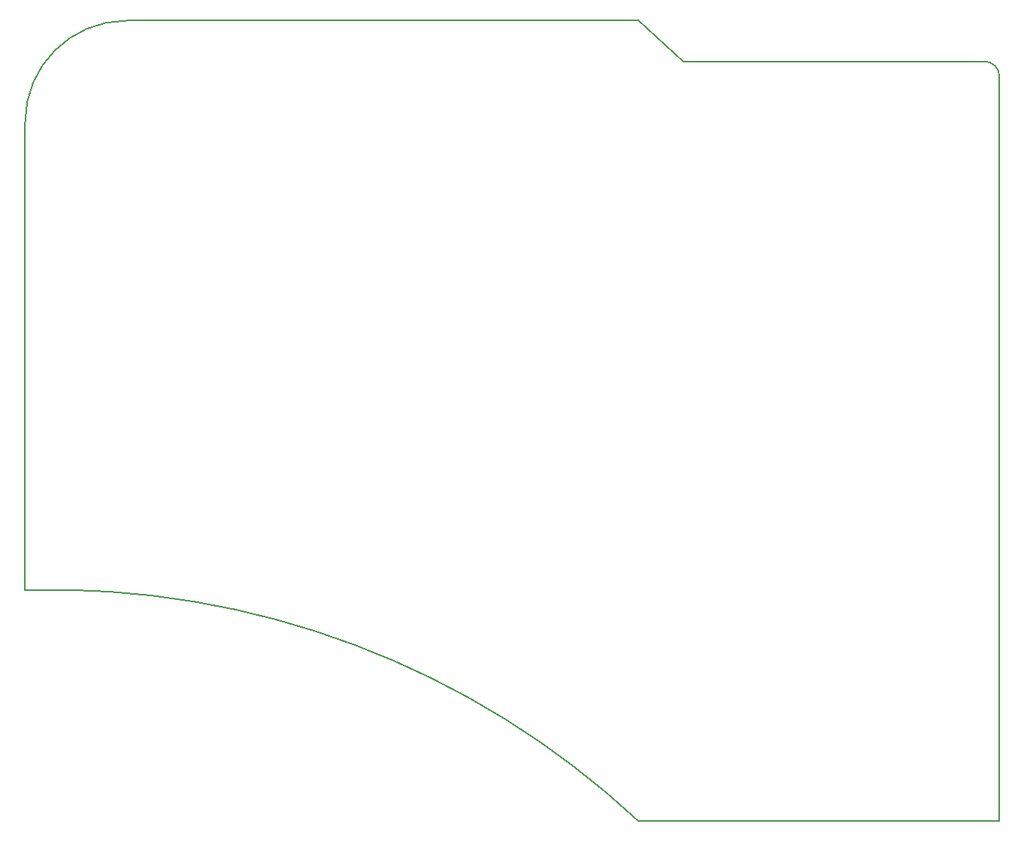
<source format=gm1>
G04 #@! TF.GenerationSoftware,KiCad,Pcbnew,(5.1.5-0-10_14)*
G04 #@! TF.CreationDate,2020-05-05T15:06:42+01:00*
G04 #@! TF.ProjectId,beak,6265616b-2e6b-4696-9361-645f70636258,2.1*
G04 #@! TF.SameCoordinates,Original*
G04 #@! TF.FileFunction,Profile,NP*
%FSLAX46Y46*%
G04 Gerber Fmt 4.6, Leading zero omitted, Abs format (unit mm)*
G04 Created by KiCad (PCBNEW (5.1.5-0-10_14)) date 2020-05-05 15:06:42*
%MOMM*%
%LPD*%
G04 APERTURE LIST*
%ADD10C,0.150000*%
G04 APERTURE END LIST*
D10*
X143100000Y-21099881D02*
G75*
G02X144780000Y-22800000I0J-1680119D01*
G01*
X35053888Y-80642950D02*
G75*
G02X104140000Y-106680000I2977645J-96773464D01*
G01*
X143100000Y-21100000D02*
X109220000Y-21090000D01*
X109220000Y-21090000D02*
X104140000Y-16510000D01*
X104140000Y-106680000D02*
X144780000Y-106680000D01*
X35060000Y-27940000D02*
G75*
G02X46490000Y-16510000I11430000J0D01*
G01*
X35060000Y-27940000D02*
X35053888Y-80642950D01*
X144780000Y-106680000D02*
X144780000Y-71120000D01*
X144780000Y-22800000D02*
X144780000Y-71120000D01*
X104140000Y-16510000D02*
X46490000Y-16510000D01*
M02*

</source>
